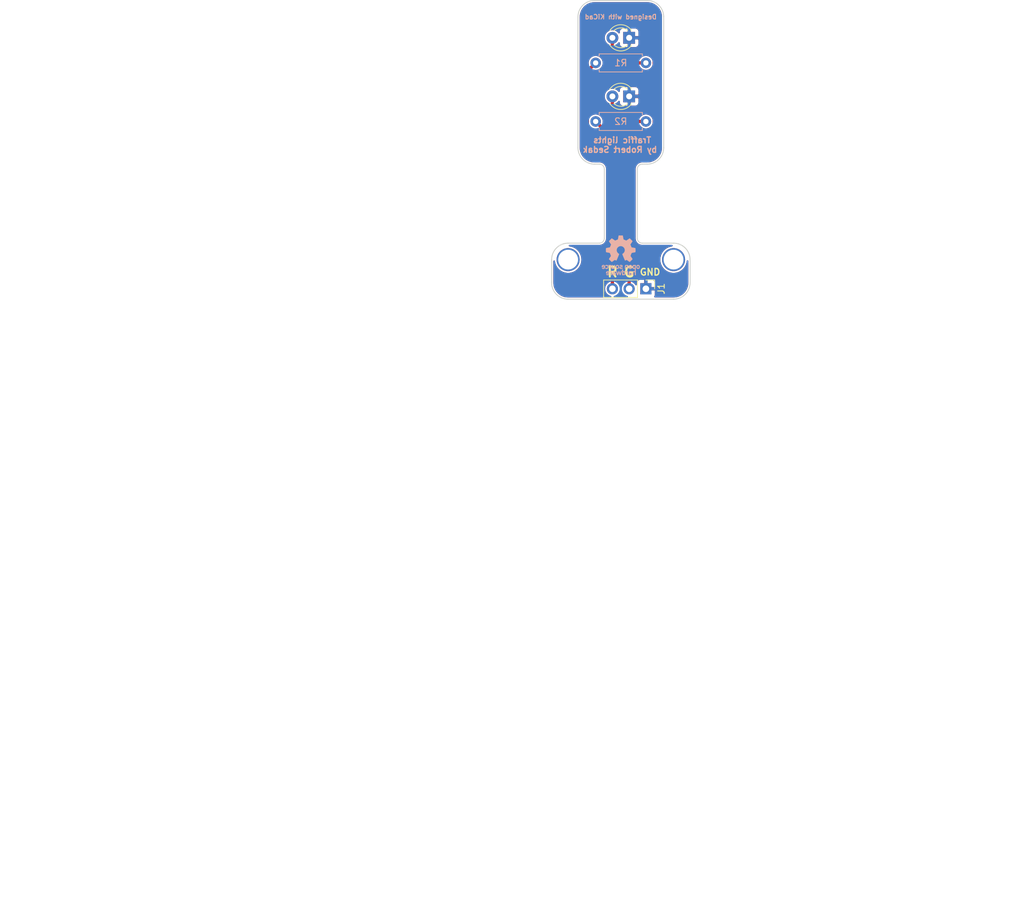
<source format=kicad_pcb>
(kicad_pcb (version 20211014) (generator pcbnew)
  (title_block (title "Traffic lights: pedestrian") (date "2022-04-23") (rev "1.0") (company "Designed by Robert Sedak") (comment 1 "License: CC-BY-SA 4.0"))
  (layers (0 "F.Cu" signal) (31 "B.Cu" signal) (34 "B.Paste" user) (35 "F.Paste" user) (36 "B.SilkS" user "B.Silkscreen") (37 "F.SilkS" user "F.Silkscreen") (38 "B.Mask" user) (39 "F.Mask" user) (44 "Edge.Cuts" user))
  (net 0 "")
  (net 1 "Net-(D1-Pad2)")
  (net 2 "Net-(D2-Pad2)")
  (net 3 "Net-(J1-Pad3)")
  (net 4 "Net-(J1-Pad2)")
  (net 5 "Net-(D1-Pad1)")
  (footprint "LED_THT:LED_D3.0mm" (layer "F.Cu") (at 111.76 60.325 180)
    (fp_text reference "D1")
    (fp_text value "LED")
    (fp_line (start -0.29 1.08) (end -0.29 1.236) (layer "F.SilkS") (width 0.12))
    (fp_line (start -0.29 -1.236) (end -0.29 -1.08) (layer "F.SilkS") (width 0.12))
    (fp_arc (start 2.942335 1.078608) (mid 1.366487 1.987659) (end -0.29 1.235516) (layer "F.SilkS") (width 0.12))
    (fp_arc (start 0.229039 -1.08) (mid 1.270117 -1.5) (end 2.31113 -1.079837) (layer "F.SilkS") (width 0.12))
    (fp_arc (start 2.31113 1.079837) (mid 1.270117 1.5) (end 0.229039 1.08) (layer "F.SilkS") (width 0.12))
    (fp_arc (start -0.29 -1.235516) (mid 1.366487 -1.987659) (end 2.942335 -1.078608) (layer "F.SilkS") (width 0.12))
    (pad "1" thru_hole rect (at 0 0 180) (size 1.8 1.8) (drill 0.9) (layers *.Cu *.Mask) (net 5 "Net-(D1-Pad1)"))
    (pad "2" thru_hole circle (at 2.54 0 180) (size 1.8 1.8) (drill 0.9) (layers *.Cu *.Mask) (net 1 "Net-(D1-Pad2)"))
  )
  (footprint "LED_THT:LED_D3.0mm" (layer "F.Cu") (at 111.76 69.215 180)
    (fp_text reference "D2")
    (fp_text value "LED")
    (fp_line (start -0.29 -1.236) (end -0.29 -1.08) (layer "F.SilkS") (width 0.12))
    (fp_line (start -0.29 1.08) (end -0.29 1.236) (layer "F.SilkS") (width 0.12))
    (fp_arc (start 2.942335 1.078608) (mid 1.366487 1.987659) (end -0.29 1.235516) (layer "F.SilkS") (width 0.12))
    (fp_arc (start 2.31113 1.079837) (mid 1.270117 1.5) (end 0.229039 1.08) (layer "F.SilkS") (width 0.12))
    (fp_arc (start 0.229039 -1.08) (mid 1.270117 -1.5) (end 2.31113 -1.079837) (layer "F.SilkS") (width 0.12))
    (fp_arc (start -0.29 -1.235516) (mid 1.366487 -1.987659) (end 2.942335 -1.078608) (layer "F.SilkS") (width 0.12))
    (pad "1" thru_hole rect (at 0 0 180) (size 1.8 1.8) (drill 0.9) (layers *.Cu *.Mask) (net 5 "Net-(D1-Pad1)"))
    (pad "2" thru_hole circle (at 2.54 0 180) (size 1.8 1.8) (drill 0.9) (layers *.Cu *.Mask) (net 2 "Net-(D2-Pad2)"))
  )
  (footprint "Connector_PinHeader_2.54mm:PinHeader_1x03_P2.54mm_Vertical" (layer "F.Cu") (at 114.3 98.425 -90)
    (fp_text reference "J1" (at 0 -2.33 -90) (layer "F.SilkS"))
    (fp_text value "Conn_01x03_Male")
    (fp_line (start -1.33 6.41) (end 1.33 6.41) (layer "F.SilkS") (width 0.12))
    (fp_line (start -1.33 0) (end -1.33 -1.33) (layer "F.SilkS") (width 0.12))
    (fp_line (start 1.33 1.27) (end 1.33 6.41) (layer "F.SilkS") (width 0.12))
    (fp_line (start -1.33 1.27) (end -1.33 6.41) (layer "F.SilkS") (width 0.12))
    (fp_line (start -1.33 1.27) (end 1.33 1.27) (layer "F.SilkS") (width 0.12))
    (fp_line (start -1.33 -1.33) (end 0 -1.33) (layer "F.SilkS") (width 0.12))
    (pad "1" thru_hole rect (at 0 0 270) (size 1.7 1.7) (drill 1) (layers *.Cu *.Mask) (net 5 "Net-(D1-Pad1)"))
    (pad "2" thru_hole oval (at 0 2.54 270) (size 1.7 1.7) (drill 1) (layers *.Cu *.Mask) (net 4 "Net-(J1-Pad2)"))
    (pad "3" thru_hole oval (at 0 5.08 270) (size 1.7 1.7) (drill 1) (layers *.Cu *.Mask) (net 3 "Net-(J1-Pad3)"))
  )
  (footprint "Resistor_THT:R_Axial_DIN0207_L6.3mm_D2.5mm_P7.62mm_Horizontal" (layer "B.Cu") (at 106.68 64.135)
    (fp_text reference "R1" (at 3.81 0) (layer "B.SilkS") (effects (justify mirror)))
    (fp_text value "220R")
    (fp_line (start 0.54 1.37) (end 7.08 1.37) (layer "B.SilkS") (width 0.12))
    (fp_line (start 0.54 -1.04) (end 0.54 -1.37) (layer "B.SilkS") (width 0.12))
    (fp_line (start 0.54 1.04) (end 0.54 1.37) (layer "B.SilkS") (width 0.12))
    (fp_line (start 0.54 -1.37) (end 7.08 -1.37) (layer "B.SilkS") (width 0.12))
    (fp_line (start 7.08 1.37) (end 7.08 1.04) (layer "B.SilkS") (width 0.12))
    (fp_line (start 7.08 -1.37) (end 7.08 -1.04) (layer "B.SilkS") (width 0.12))
    (pad "1" thru_hole circle (at 0 0) (size 1.6 1.6) (drill 0.8) (layers *.Cu *.Mask) (net 3 "Net-(J1-Pad3)"))
    (pad "2" thru_hole oval (at 7.62 0) (size 1.6 1.6) (drill 0.8) (layers *.Cu *.Mask) (net 1 "Net-(D1-Pad2)"))
  )
  (footprint "Resistor_THT:R_Axial_DIN0207_L6.3mm_D2.5mm_P7.62mm_Horizontal" (layer "B.Cu") (at 114.3 73.025 180)
    (fp_text reference "R2" (at 3.81 0 180) (layer "B.SilkS") (effects (justify mirror)))
    (fp_text value "220R")
    (fp_line (start 7.08 1.37) (end 7.08 1.04) (layer "B.SilkS") (width 0.12))
    (fp_line (start 0.54 -1.04) (end 0.54 -1.37) (layer "B.SilkS") (width 0.12))
    (fp_line (start 7.08 -1.37) (end 7.08 -1.04) (layer "B.SilkS") (width 0.12))
    (fp_line (start 0.54 -1.37) (end 7.08 -1.37) (layer "B.SilkS") (width 0.12))
    (fp_line (start 0.54 1.04) (end 0.54 1.37) (layer "B.SilkS") (width 0.12))
    (fp_line (start 0.54 1.37) (end 7.08 1.37) (layer "B.SilkS") (width 0.12))
    (pad "1" thru_hole circle (at 0 0 180) (size 1.6 1.6) (drill 0.8) (layers *.Cu *.Mask) (net 2 "Net-(D2-Pad2)"))
    (pad "2" thru_hole oval (at 7.62 0 180) (size 1.6 1.6) (drill 0.8) (layers *.Cu *.Mask) (net 4 "Net-(J1-Pad2)"))
  )
  (footprint "Symbol:OSHW-Logo_5.7x6mm_SilkScreen" (layer "B.Cu") (at 110.49 93.345 180)
    (fp_text reference "REF**" hide)
    (fp_text value "OSHW-Logo_5.7x6mm_SilkScreen" hide)
    (fp_poly (pts (xy 2.677898 -1.456457) (xy 2.710096 -1.464279) (xy 2.771825 -1.492921) (xy 2.82461 -1.536667) (xy 2.861141 -1.589117) (xy 2.86616 -1.600893) (xy 2.873045 -1.63174) (xy 2.877864 -1.677371) (xy 2.879505 -1.723492) (xy 2.879505 -1.810693) (xy 2.697178 -1.810693) (xy 2.621979 -1.810978) (xy 2.569003 -1.812704) (xy 2.535325 -1.817181) (xy 2.51802 -1.82572) (xy 2.514163 -1.83963) (xy 2.520829 -1.860222) (xy 2.53277 -1.884315) (xy 2.56608 -1.924525) (xy 2.612368 -1.944558) (xy 2.668944 -1.943905) (xy 2.733031 -1.922101) (xy 2.788417 -1.895193) (xy 2.834375 -1.931532) (xy 2.880333 -1.967872) (xy 2.837096 -2.007819) (xy 2.779374 -2.045563) (xy 2.708386 -2.06832) (xy 2.632029 -2.074688) (xy 2.558199 -2.063268) (xy 2.546287 -2.059393) (xy 2.481399 -2.025506) (xy 2.43313 -1.974986) (xy 2.400465 -1.906325) (xy 2.382385 -1.818014) (xy 2.382175 -1.816121) (xy 2.380556 -1.719878) (xy 2.3871 -1.685542) (xy 2.514852 -1.685542) (xy 2.526584 -1.690822) (xy 2.558438 -1.694867) (xy 2.605397 -1.697176) (xy 2.635154 -1.697525) (xy 2.690648 -1.697306) (xy 2.725346 -1.695916) (xy 2.743601 -1.692251) (xy 2.749766 -1.68521) (xy 2.748195 -1.67369) (xy 2.746878 -1.669233) (xy 2.724382 -1.627355) (xy 2.689003 -1.593604) (xy 2.65778 -1.578773) (xy 2.616301 -1.579668) (xy 2.574269 -1.598164) (xy 2.539012 -1.628786) (xy 2.517854 -1.666062) (xy 2.514852 -1.685542) (xy 2.3871 -1.685542) (xy 2.39669 -1.635229) (xy 2.428698 -1.564191) (xy 2.474701 -1.508779) (xy 2.532821 -1.471009) (xy 2.60118 -1.452896) (xy 2.677898 -1.456457)) (layer "B.SilkS") (width 0.01) (fill solid))
    (fp_poly (pts (xy -1.908759 -1.469184) (xy -1.882247 -1.482282) (xy -1.849553 -1.505106) (xy -1.825725 -1.529996) (xy -1.809406 -1.561249) (xy -1.79924 -1.603166) (xy -1.793872 -1.660044) (xy -1.791944 -1.736184) (xy -1.791831 -1.768917) (xy -1.792161 -1.840656) (xy -1.793527 -1.891927) (xy -1.7965 -1.927404) (xy -1.801649 -1.951763) (xy -1.809543 -1.96968) (xy -1.817757 -1.981902) (xy -1.870187 -2.033905) (xy -1.93193 -2.065184) (xy -1.998536 -2.074592) (xy -2.065558 -2.06098) (xy -2.086792 -2.051354) (xy -2.137624 -2.024859) (xy -2.137624 -2.440052) (xy -2.100525 -2.420868) (xy -2.051643 -2.406025) (xy -1.991561 -2.402222) (xy -1.931564 -2.409243) (xy -1.886256 -2.425013) (xy -1.848675 -2.455047) (xy -1.816564 -2.498024) (xy -1.81415 -2.502436) (xy -1.803967 -2.523221) (xy -1.79653 -2.54417) (xy -1.791411 -2.569548) (xy -1.788181 -2.603618) (xy -1.786413 -2.650641) (xy -1.785677 -2.714882) (xy -1.785544 -2.787176) (xy -1.785544 -3.017822) (xy -1.923861 -3.017822) (xy -1.923861 -2.592533) (xy -1.962549 -2.559979) (xy -2.002738 -2.53394) (xy -2.040797 -2.529205) (xy -2.079066 -2.541389) (xy -2.099462 -2.55332) (xy -2.114642 -2.570313) (xy -2.125438 -2.595995) (xy -2.132683 -2.633991) (xy -2.137208 -2.687926) (xy -2.139844 -2.761425) (xy -2.140772 -2.810347) (xy -2.143911 -3.011535) (xy -2.209926 -3.015336) (xy -2.27594 -3.019136) (xy -2.27594 -1.77065) (xy -2.137624 -1.77065) (xy -2.134097 -1.840254) (xy -2.122215 -1.888569) (xy -2.10002 -1.918631) (xy -2.065559 -1.933471) (xy -2.030742 -1.936436) (xy -1.991329 -1.933028) (xy -1.965171 -1.919617) (xy -1.948814 -1.901896) (xy -1.935937 -1.882835) (xy -1.928272 -1.861601) (xy -1.924861 -1.831849) (xy -1.924749 -1.787236) (xy -1.925897 -1.74988) (xy -1.928532 -1.693604) (xy -1.932456 -1.656658) (xy -1.939063 -1.633223) (xy -1.949749 -1.61748) (xy -1.959833 -1.60838) (xy -2.00197 -1.588537) (xy -2.05184 -1.585332) (xy -2.080476 -1.592168) (xy -2.108828 -1.616464) (xy -2.127609 -1.663728) (xy -2.136712 -1.733624) (xy -2.137624 -1.77065) (xy -2.27594 -1.77065) (xy -2.27594 -1.458614) (xy -2.206782 -1.458614) (xy -2.16526 -1.460256) (xy -2.143838 -1.466087) (xy -2.137626 -1.477461) (xy -2.137624 -1.477798) (xy -2.134742 -1.488938) (xy -2.12203 -1.487673) (xy -2.096757 -1.475433) (xy -2.037869 -1.456707) (xy -1.971615 -1.454739) (xy -1.908759 -1.469184)) (layer "B.SilkS") (width 0.01) (fill solid))
    (fp_poly (pts (xy 1.038411 -2.405417) (xy 1.091411 -2.41829) (xy 1.106731 -2.42511) (xy 1.136428 -2.442974) (xy 1.15922 -2.463093) (xy 1.176083 -2.488962) (xy 1.187998 -2.524073) (xy 1.195942 -2.57192) (xy 1.200894 -2.635996) (xy 1.203831 -2.719794) (xy 1.204947 -2.775768) (xy 1.209052 -3.017822) (xy 1.138932 -3.017822) (xy 1.096393 -3.016038) (xy 1.074476 -3.009942) (xy 1.068812 -2.999706) (xy 1.065821 -2.988637) (xy 1.052451 -2.990754) (xy 1.034233 -2.999629) (xy 0.988624 -3.013233) (xy 0.930007 -3.016899) (xy 0.868354 -3.010903) (xy 0.813638 -2.995521) (xy 0.80873 -2.993386) (xy 0.758723 -2.958255) (xy 0.725756 -2.909419) (xy 0.710587 -2.852333) (xy 0.711746 -2.831824) (xy 0.835508 -2.831824) (xy 0.846413 -2.859425) (xy 0.878745 -2.879204) (xy 0.93091 -2.889819) (xy 0.958787 -2.891228) (xy 1.005247 -2.88762) (xy 1.036129 -2.873597) (xy 1.043664 -2.866931) (xy 1.064076 -2.830666) (xy 1.068812 -2.797773) (xy 1.068812 -2.753763) (xy 1.007513 -2.753763) (xy 0.936256 -2.757395) (xy 0.886276 -2.768818) (xy 0.854696 -2.788824) (xy 0.847626 -2.797743) (xy 0.835508 -2.831824) (xy 0.711746 -2.831824) (xy 0.713971 -2.792456) (xy 0.736663 -2.735244) (xy 0.767624 -2.69658) (xy 0.786376 -2.679864) (xy 0.804733 -2.668878) (xy 0.828619 -2.66218) (xy 0.863957 -2.658326) (xy 0.916669 -2.655873) (xy 0.937577 -2.655168) (xy 1.068812 -2.650879) (xy 1.06862 -2.611158) (xy 1.063537 -2.569405) (xy 1.045162 -2.544158) (xy 1.008039 -2.52803) (xy 1.007043 -2.527742) (xy 0.95441 -2.5214) (xy 0.902906 -2.529684) (xy 0.86463 -2.549827) (xy 0.849272 -2.559773) (xy 0.83273 -2.558397) (xy 0.807275 -2.543987) (xy 0.792328 -2.533817) (xy 0.763091 -2.512088) (xy 0.74498 -2.4958) (xy 0.742074 -2.491137) (xy 0.75404 -2.467005) (xy 0.789396 -2.438185) (xy 0.804753 -2.428461) (xy 0.848901 -2.411714) (xy 0.908398 -2.402227) (xy 0.974487 -2.400095) (xy 1.038411 -2.405417)) (layer "B.SilkS") (width 0.01) (fill solid))
    (fp_poly (pts (xy -2.538261 -1.465148) (xy -2.472479 -1.494231) (xy -2.42254 -1.542793) (xy -2.388374 -1.610908) (xy -2.369907 -1.698651) (xy -2.368583 -1.712351) (xy -2.367546 -1.808939) (xy -2.380993 -1.893602) (xy -2.408108 -1.962221) (xy -2.422627 -1.984294) (xy -2.473201 -2.031011) (xy -2.537609 -2.061268) (xy -2.609666 -2.073824) (xy -2.683185 -2.067439) (xy -2.739072 -2.047772) (xy -2.787132 -2.014629) (xy -2.826412 -1.971175) (xy -2.827092 -1.970158) (xy -2.843044 -1.943338) (xy -2.85341 -1.916368) (xy -2.859688 -1.882332) (xy -2.863373 -1.83431) (xy -2.864997 -1.794931) (xy -2.865672 -1.759219) (xy -2.739955 -1.759219) (xy -2.738726 -1.79477) (xy -2.734266 -1.842094) (xy -2.726397 -1.872465) (xy -2.712207 -1.894072) (xy -2.698917 -1.906694) (xy -2.651802 -1.933122) (xy -2.602505 -1.936653) (xy -2.556593 -1.917639) (xy -2.533638 -1.896331) (xy -2.517096 -1.874859) (xy -2.507421 -1.854313) (xy -2.503174 -1.827574) (xy -2.50292 -1.787523) (xy -2.504228 -1.750638) (xy -2.507043 -1.697947) (xy -2.511505 -1.663772) (xy -2.519548 -1.64148) (xy -2.533103 -1.624442) (xy -2.543845 -1.614703) (xy -2.588777 -1.589123) (xy -2.637249 -1.587847) (xy -2.677894 -1.602999) (xy -2.712567 -1.634642) (xy -2.733224 -1.68662) (xy -2.739955 -1.759219) (xy -2.865672 -1.759219) (xy -2.866479 -1.716621) (xy -2.863948 -1.658056) (xy -2.856362 -1.614007) (xy -2.842681 -1.579248) (xy -2.821865 -1.548551) (xy -2.814147 -1.539436) (xy -2.765889 -1.494021) (xy -2.714128 -1.467493) (xy -2.650828 -1.456379) (xy -2.619961 -1.455471) (xy -2.538261 -1.465148)) (layer "B.SilkS") (width 0.01) (fill solid))
    (fp_poly (pts (xy -0.754012 -1.469002) (xy -0.722717 -1.48395) (xy -0.692409 -1.505541) (xy -0.669318 -1.530391) (xy -0.6525 -1.562087) (xy -0.641006 -1.604214) (xy -0.633891 -1.660358) (xy -0.630207 -1.734106) (xy -0.629008 -1.829044) (xy -0.628989 -1.838985) (xy -0.628713 -2.062179) (xy -0.76703 -2.062179) (xy -0.76703 -1.856418) (xy -0.767128 -1.780189) (xy -0.767809 -1.724939) (xy -0.769651 -1.686501) (xy -0.773233 -1.660706) (xy -0.779132 -1.643384) (xy -0.787927 -1.630368) (xy -0.80018 -1.617507) (xy -0.843047 -1.589873) (xy -0.889843 -1.584745) (xy -0.934424 -1.602217) (xy -0.949928 -1.615221) (xy -0.96131 -1.627447) (xy -0.969481 -1.64054) (xy -0.974974 -1.658615) (xy -0.97832 -1.685787) (xy -0.980051 -1.72617) (xy -0.980697 -1.783879) (xy -0.980792 -1.854132) (xy -0.980792 -2.062179) (xy -1.119109 -2.062179) (xy -1.119109 -1.458614) (xy -1.04995 -1.458614) (xy -1.008428 -1.460256) (xy -0.987006 -1.466087) (xy -0.980795 -1.477461) (xy -0.980792 -1.477798) (xy -0.97791 -1.488938) (xy -0.965199 -1.487674) (xy -0.939926 -1.475434) (xy -0.882605 -1.457424) (xy -0.817037 -1.455421) (xy -0.754012 -1.469002)) (layer "B.SilkS") (width 0.01) (fill solid))
    (fp_poly (pts (xy -0.993356 -2.40302) (xy -0.974539 -2.40866) (xy -0.968473 -2.421053) (xy -0.968218 -2.426647) (xy -0.967129 -2.44223) (xy -0.959632 -2.444676) (xy -0.939381 -2.433993) (xy -0.927351 -2.426694) (xy -0.8894 -2.411063) (xy -0.844072 -2.403334) (xy -0.796544 -2.40274) (xy -0.751995 -2.408513) (xy -0.715602 -2.419884) (xy -0.692543 -2.436088) (xy -0.687996 -2.456355) (xy -0.690291 -2.461843) (xy -0.70702 -2.484626) (xy -0.732963 -2.512647) (xy -0.737655 -2.517177) (xy -0.762383 -2.538005) (xy -0.783718 -2.544735) (xy -0.813555 -2.540038) (xy -0.825508 -2.536917) (xy -0.862705 -2.529421) (xy -0.888859 -2.532792) (xy -0.910946 -2.544681) (xy -0.931178 -2.560635) (xy -0.946079 -2.5807) (xy -0.956434 -2.608702) (xy -0.963029 -2.648467) (xy -0.966649 -2.703823) (xy -0.968078 -2.778594) (xy -0.968218 -2.82374) (xy -0.968218 -3.017822) (xy -1.09396 -3.017822) (xy -1.09396 -2.401683) (xy -1.031089 -2.401683) (xy -0.993356 -2.40302)) (layer "B.SilkS") (width 0.01) (fill solid))
    (fp_poly (pts (xy -1.38421 -2.406555) (xy -1.325055 -2.422339) (xy -1.280023 -2.450948) (xy -1.248246 -2.488419) (xy -1.238366 -2.504411) (xy -1.231073 -2.521163) (xy -1.225974 -2.542592) (xy -1.222679 -2.572616) (xy -1.220797 -2.615154) (xy -1.219937 -2.674122) (xy -1.219707 -2.75344) (xy -1.219703 -2.774484) (xy -1.219703 -3.017822) (xy -1.280059 -3.017822) (xy -1.318557 -3.015126) (xy -1.347023 -3.008295) (xy -1.354155 -3.004083) (xy -1.373652 -2.996813) (xy -1.393566 -3.004083) (xy -1.426353 -3.01316) (xy -1.473978 -3.016813) (xy -1.526764 -3.015228) (xy -1.575036 -3.008589) (xy -1.603218 -3.000072) (xy -1.657753 -2.965063) (xy -1.691835 -2.916479) (xy -1.707157 -2.851882) (xy -1.707299 -2.850223) (xy -1.705955 -2.821566) (xy -1.584356 -2.821566) (xy -1.573726 -2.854161) (xy -1.55641 -2.872505) (xy -1.521652 -2.886379) (xy -1.475773 -2.891917) (xy -1.428988 -2.889191) (xy -1.391514 -2.878274) (xy -1.381015 -2.871269) (xy -1.362668 -2.838904) (xy -1.35802 -2.802111) (xy -1.35802 -2.753763) (xy -1.427582 -2.753763) (xy -1.493667 -2.75885) (xy -1.543764 -2.773263) (xy -1.574929 -2.795729) (xy -1.584356 -2.821566) (xy -1.705955 -2.821566) (xy -1.703987 -2.779647) (xy -1.68071 -2.723845) (xy -1.636948 -2.681647) (xy -1.630899 -2.677808) (xy -1.604907 -2.665309) (xy -1.572735 -2.65774) (xy -1.52776 -2.654061) (xy -1.474331 -2.653216) (xy -1.35802 -2.653169) (xy -1.35802 -2.604411) (xy -1.362953 -2.566581) (xy -1.375543 -2.541236) (xy -1.377017 -2.539887) (xy -1.405034 -2.5288) (xy -1.447326 -2.524503) (xy -1.494064 -2.526615) (xy -1.535418 -2.534756) (xy -1.559957 -2.546965) (xy -1.573253 -2.556746) (xy -1.587294 -2.558613) (xy -1.606671 -2.5506) (xy -1.635976 -2.530739) (xy -1.679803 -2.497063) (xy -1.683825 -2.493909) (xy -1.681764 -2.482236) (xy -1.664568 -2.462822) (xy -1.638433 -2.441248) (xy -1.609552 -2.423096) (xy -1.600478 -2.418809) (xy -1.56738 -2.410256) (xy -1.51888 -2.404155) (xy -1.464695 -2.401708) (xy -1.462161 -2.401703) (xy -1.38421 -2.406555)) (layer "B.SilkS") (width 0.01) (fill solid))
    (fp_poly (pts (xy -1.356699 -1.472614) (xy -1.344168 -1.478514) (xy -1.300799 -1.510283) (xy -1.25979 -1.556646) (xy -1.229168 -1.607696) (xy -1.220459 -1.631166) (xy -1.212512 -1.673091) (xy -1.207774 -1.723757) (xy -1.207199 -1.744679) (xy -1.207129 -1.810693) (xy -1.587083 -1.810693) (xy -1.578983 -1.845273) (xy -1.559104 -1.88617) (xy -1.524347 -1.921514) (xy -1.482998 -1.944282) (xy -1.456649 -1.94901) (xy -1.420916 -1.943273) (xy -1.378282 -1.928882) (xy -1.363799 -1.922262) (xy -1.31024 -1.895513) (xy -1.264533 -1.930376) (xy -1.238158 -1.953955) (xy -1.224124 -1.973417) (xy -1.223414 -1.979129) (xy -1.235951 -1.992973) (xy -1.263428 -2.014012) (xy -1.288366 -2.030425) (xy -1.355664 -2.05993) (xy -1.43111 -2.073284) (xy -1.505888 -2.069812) (xy -1.565495 -2.051663) (xy -1.626941 -2.012784) (xy -1.670608 -1.961595) (xy -1.697926 -1.895367) (xy -1.710322 -1.811371) (xy -1.711421 -1.772936) (xy -1.707022 -1.684861) (xy -1.706482 -1.682299) (xy -1.580582 -1.682299) (xy -1.577115 -1.690558) (xy -1.562863 -1.695113) (xy -1.53347 -1.697065) (xy -1.484575 -1.697517) (xy -1.465748 -1.697525) (xy -1.408467 -1.696843) (xy -1.372141 -1.694364) (xy -1.352604 -1.689443) (xy -1.34569 -1.681434) (xy -1.345445 -1.678862) (xy -1.353336 -1.658423) (xy -1.373085 -1.629789) (xy -1.381575 -1.619763) (xy -1.413094 -1.591408) (xy -1.445949 -1.580259) (xy -1.463651 -1.579327) (xy -1.511539 -1.590981) (xy -1.551699 -1.622285) (xy -1.577173 -1.667752) (xy -1.577625 -1.669233) (xy -1.580582 -1.682299) (xy -1.706482 -1.682299) (xy -1.692392 -1.61551) (xy -1.666038 -1.560025) (xy -1.633807 -1.520639) (xy -1.574217 -1.477931) (xy -1.504168 -1.455109) (xy -1.429661 -1.453046) (xy -1.356699 -1.472614)) (layer "B.SilkS") (width 0.01) (fill solid))
    (fp_poly (pts (xy 2.217226 -1.46388) (xy 2.29008 -1.49483) (xy 2.313027 -1.509895) (xy 2.342354 -1.533048) (xy 2.360764 -1.551253) (xy 2.363961 -1.557183) (xy 2.354935 -1.57034) (xy 2.331837 -1.592667) (xy 2.313344 -1.60825) (xy 2.262728 -1.648926) (xy 2.22276 -1.615295) (xy 2.191874 -1.593584) (xy 2.161759 -1.58609) (xy 2.127292 -1.58792) (xy 2.072561 -1.601528) (xy 2.034886 -1.629772) (xy 2.011991 -1.675433) (xy 2.001597 -1.741289) (xy 2.001595 -1.741331) (xy 2.002494 -1.814939) (xy 2.016463 -1.868946) (xy 2.044328 -1.905716) (xy 2.063325 -1.918168) (xy 2.113776 -1.933673) (xy 2.167663 -1.933683) (xy 2.214546 -1.918638) (xy 2.225644 -1.911287) (xy 2.253476 -1.892511) (xy 2.275236 -1.889434) (xy 2.298704 -1.903409) (xy 2.324649 -1.92851) (xy 2.365716 -1.97088) (xy 2.320121 -2.008464) (xy 2.249674 -2.050882) (xy 2.170233 -2.071785) (xy 2.087215 -2.070272) (xy 2.032694 -2.056411) (xy 1.96897 -2.022135) (xy 1.918005 -1.968212) (xy 1.894851 -1.930149) (xy 1.876099 -1.875536) (xy 1.866715 -1.806369) (xy 1.866643 -1.731407) (xy 1.875824 -1.659409) (xy 1.894199 -1.599137) (xy 1.897093 -1.592958) (xy 1.939952 -1.532351) (xy 1.997979 -1.488224) (xy 2.066591 -1.461493) (xy 2.141201 -1.453073) (xy 2.217226 -1.46388)) (layer "B.SilkS") (width 0.01) (fill solid))
    (fp_poly (pts (xy 0.376964 2.709982) (xy 0.433812 2.40843) (xy 0.853338 2.235488) (xy 1.104984 2.406605) (xy 1.175458 2.45425) (xy 1.239163 2.49679) (xy 1.293126 2.532285) (xy 1.334373 2.55879) (xy 1.359934 2.574364) (xy 1.366895 2.577722) (xy 1.379435 2.569086) (xy 1.406231 2.545208) (xy 1.44428 2.509141) (xy 1.490579 2.463933) (xy 1.542123 2.412636) (xy 1.595909 2.358299) (xy 1.648935 2.303972) (xy 1.698195 2.252705) (xy 1.740687 2.207549) (xy 1.773407 2.171554) (xy 1.793351 2.14777) (xy 1.798119 2.13981) (xy 1.791257 2.125135) (xy 1.77202 2.092986) (xy 1.74243 2.046508) (xy 1.70451 1.988844) (xy 1.660282 1.92314) (xy 1.634654 1.885664) (xy 1.587941 1.817232) (xy 1.546432 1.75548) (xy 1.51214 1.703481) (xy 1.48708 1.664308) (xy 1.473264 1.641035) (xy 1.471188 1.636145) (xy 1.475895 1.622245) (xy 1.488723 1.58985) (xy 1.507738 1.543515) (xy 1.531003 1.487794) (xy 1.556584 1.427242) (xy 1.582545 1.366414) (xy 1.60695 1.309864) (xy 1.627863 1.262148) (xy 1.643349 1.227819) (xy 1.651472 1.211432) (xy 1.651952 1.210788) (xy 1.664707 1.207659) (xy 1.698677 1.200679) (xy 1.75034 1.190533) (xy 1.816176 1.177908) (xy 1.892664 1.163491) (xy 1.93729 1.155177) (xy 2.019021 1.139616) (xy 2.092843 1.124808) (xy 2.155021 1.111564) (xy 2.201822 1.100695) (xy 2.229509 1.093011) (xy 2.235074 1.090573) (xy 2.240526 1.07407) (xy 2.244924 1.0368) (xy 2.248272 0.98312) (xy 2.250574 0.917388) (xy 2.251832 0.843963) (xy 2.252048 0.767204) (xy 2.251227 0.691468) (xy 2.249371 0.621114) (xy 2.246482 0.5605) (xy 2.242565 0.513984) (xy 2.237622 0.485925) (xy 2.234657 0.480084) (xy 2.216934 0.473083) (xy 2.179381 0.463073) (xy 2.126964 0.451231) (xy 2.064652 0.438733) (xy 2.0429 0.43469) (xy 1.938024 0.41548) (xy 1.85518 0.400009) (xy 1.79163 0.387663) (xy 1.744637 0.377827) (xy 1.711463 0.369886) (xy 1.689371 0.363224) (xy 1.675624 0.357227) (xy 1.667484 0.351281) (xy 1.666345 0.350106) (xy 1.654977 0.331174) (xy 1.637635 0.294331) (xy 1.61605 0.244087) (xy 1.591954 0.184954) (xy 1.567079 0.121444) (xy 1.543157 0.058068) (xy 1.521919 -0.000662) (xy 1.505097 -0.050235) (xy 1.494422 -0.086139) (xy 1.491627 -0.103862) (xy 1.49186 -0.104483) (xy 1.501331 -0.11897) (xy 1.522818 -0.150844) (xy 1.554063 -0.196789) (xy 1.592807 -0.253485) (xy 1.636793 -0.317617) (xy 1.649319 -0.335842) (xy 1.693984 -0.401914) (xy 1.733288 -0.4622) (xy 1.765088 -0.513235) (xy 1.787245 -0.55156) (xy 1.797617 -0.573711) (xy 1.798119 -0.576432) (xy 1.789405 -0.590736) (xy 1.765325 -0.619072) (xy 1.728976 -0.658396) (xy 1.683453 -0.705661) (xy 1.631852 -0.757823) (xy 1.577267 -0.811835) (xy 1.522794 -0.864653) (xy 1.471529 -0.913231) (xy 1.426567 -0.954523) (xy 1.391004 -0.985485) (xy 1.367935 -1.00307) (xy 1.361554 -1.005941) (xy 1.346699 -0.999178) (xy 1.316286 -0.980939) (xy 1.275268 -0.954297) (xy 1.243709 -0.932852) (xy 1.186525 -0.893503) (xy 1.118806 -0.847171) (xy 1.05088 -0.800913) (xy 1.014361 -0.776155) (xy 0.890752 -0.692547) (xy 0.786991 -0.74865) (xy 0.73972 -0.773228) (xy 0.699523 -0.792331) (xy 0.672326 -0.803227) (xy 0.665402 -0.804743) (xy 0.657077 -0.793549) (xy 0.640654 -0.761917) (xy 0.617357 -0.712765) (xy 0.588414 -0.64901) (xy 0.55505 -0.573571) (xy 0.518491 -0.489364) (xy 0.479964 -0.399308) (xy 0.440694 -0.306321) (xy 0.401908 -0.21332) (xy 0.36483 -0.123223) (xy 0.330689 -0.038948) (xy 0.300708 0.036587) (xy 0.276116 0.100466) (xy 0.258136 0.149769) (xy 0.247997 0.181579) (xy 0.246366 0.192504) (xy 0.259291 0.206439) (xy 0.287589 0.22906) (xy 0.325346 0.255667) (xy 0.328515 0.257772) (xy 0.4261 0.335886) (xy 0.504786 0.427018) (xy 0.563891 0.528255) (xy 0.602732 0.636682) (xy 0.620628 0.749386) (xy 0.616897 0.863452) (xy 0.590857 0.975966) (xy 0.541825 1.084015) (xy 0.5274 1.107655) (xy 0.452369 1.203113) (xy 0.36373 1.279768) (xy 0.264549 1.33722) (xy 0.157895 1.375071) (xy 0.046836 1.392922) (xy -0.065561 1.390375) (xy -0.176227 1.36703) (xy -0.282094 1.32249) (xy -0.380095 1.256355) (xy -0.41041 1.229513) (xy -0.487562 1.145488) (xy -0.543782 1.057034) (xy -0.582347 0.957885) (xy -0.603826 0.859697) (xy -0.609128 0.749303) (xy -0.591448 0.63836) (xy -0.552581 0.530619) (xy -0.494323 0.429831) (xy -0.418469 0.339744) (xy -0.326817 0.264108) (xy -0.314772 0.256136) (xy -0.276611 0.230026) (xy -0.247601 0.207405) (xy -0.233732 0.192961) (xy -0.233531 0.192504) (xy -0.236508 0.176879) (xy -0.248311 0.141418) (xy -0.267714 0.089038) (xy -0.293488 0.022655) (xy -0.324409 -0.054814) (xy -0.359249 -0.14045) (xy -0.396783 -0.231337) (xy -0.435783 -0.324559) (xy -0.475023 -0.417197) (xy -0.513276 -0.506335) (xy -0.549317 -0.589055) (xy -0.581917 -0.662441) (xy -0.609852 -0.723575) (xy -0.631895 -0.769541) (xy -0.646818 -0.797421) (xy -0.652828 -0.804743) (xy -0.671191 -0.799041) (xy -0.705552 -0.783749) (xy -0.749984 -0.761599) (xy -0.774417 -0.74865) (xy -0.878178 -0.692547) (xy -1.001787 -0.776155) (xy -1.064886 -0.818987) (xy -1.13397 -0.866122) (xy -1.198707 -0.910503) (xy -1.231134 -0.932852) (xy -1.276741 -0.963477) (xy -1.31536 -0.987747) (xy -1.341952 -1.002587) (xy -1.35059 -1.005724) (xy -1.363161 -0.997261) (xy -1.390984 -0.973636) (xy -1.431361 -0.937302) (xy -1.481595 -0.890711) (xy -1.538988 -0.836317) (xy -1.575286 -0.801392) (xy -1.63879 -0.738996) (xy -1.693673 -0.683188) (xy -1.737714 -0.636354) (xy -1.768695 -0.600882) (xy -1.784398 -0.579161) (xy -1.785905 -0.574752) (xy -1.778914 -0.557985) (xy -1.759594 -0.524082) (xy -1.730091 -0.476476) (xy -1.692545 -0.418599) (xy -1.6491 -0.353884) (xy -1.636745 -0.335842) (xy -1.591727 -0.270267) (xy -1.55134 -0.211228) (xy -1.51784 -0.162042) (xy -1.493486 -0.126028) (xy -1.480536 -0.106502) (xy -1.479285 -0.104483) (xy -1.481156 -0.088922) (xy -1.491087 -0.054709) (xy -1.507347 -0.006355) (xy -1.528205 0.051629) (xy -1.551927 0.11473) (xy -1.576784 0.178437) (xy -1.601042 0.238239) (xy -1.622971 0.289624) (xy -1.640838 0.328081) (xy -1.652913 0.349098) (xy -1.653771 0.350106) (xy -1.661154 0.356112) (xy -1.673625 0.362052) (xy -1.69392 0.36854) (xy -1.724778 0.376191) (xy -1.768934 0.38562) (xy -1.829126 0.397441) (xy -1.908093 0.412271) (xy -2.00857 0.430723) (xy -2.030325 0.43469) (xy -2.094802 0.447147) (xy -2.151011 0.459334) (xy -2.193987 0.470074) (xy -2.21876 0.478191) (xy -2.222082 0.480084) (xy -2.227556 0.496862) (xy -2.232006 0.534355) (xy -2.235428 0.588206) (xy -2.237819 0.654056) (xy -2.239177 0.727547) (xy -2.239499 0.80432) (xy -2.238781 0.880017) (xy -2.237021 0.95028) (xy -2.234216 1.01075) (xy -2.230362 1.05707) (xy -2.225457 1.084881) (xy -2.2225 1.090573) (xy -2.206037 1.096314) (xy -2.168551 1.105655) (xy -2.113775 1.117785) (xy -2.045445 1.131893) (xy -1.967294 1.14717) (xy -1.924716 1.155177) (xy -1.843929 1.170279) (xy -1.771887 1.18396) (xy -1.712111 1.195533) (xy -1.668121 1.204313) (xy -1.643439 1.209613) (xy -1.639377 1.210788) (xy -1.632511 1.224035) (xy -1.617998 1.255943) (xy -1.597771 1.301953) (xy -1.573766 1.357508) (xy -1.547918 1.418047) (xy -1.52216 1.479014) (xy -1.498427 1.535849) (xy -1.478654 1.583994) (xy -1.464776 1.61889) (xy -1.458726 1.635979) (xy -1.458614 1.636726) (xy -1.465472 1.650207) (xy -1.484698 1.68123) (xy -1.514272 1.726711) (xy -1.552173 1.783568) (xy -1.59638 1.848717) (xy -1.622079 1.886138) (xy -1.668907 1.954753) (xy -1.710499 2.017048) (xy -1.744825 2.069871) (xy -1.769857 2.110073) (xy -1.783565 2.1345) (xy -1.785544 2.139976) (xy -1.777034 2.152722) (xy -1.753507 2.179937) (xy -1.717968 2.218572) (xy -1.673423 2.265577) (xy -1.622877 2.317905) (xy -1.569336 2.372505) (xy -1.515805 2.42633) (xy -1.465289 2.47633) (xy -1.420794 2.519457) (xy -1.385325 2.552661) (xy -1.361887 2.572894) (xy -1.354046 2.577722) (xy -1.34128 2.570933) (xy -1.310744 2.551858) (xy -1.26541 2.522439) (xy -1.208244 2.484619) (xy -1.142216 2.440339) (xy -1.09241 2.406605) (xy -0.840764 2.235488) (xy -0.631001 2.321959) (xy -0.421237 2.40843) (xy -0.364389 2.709982) (xy -0.30754 3.011534) (xy 0.320115 3.011534) (xy 0.376964 2.709982)) (layer "B.SilkS") (width 0.01) (fill solid))
    (fp_poly (pts (xy 0.610762 -1.466055) (xy 0.674363 -1.500692) (xy 0.724123 -1.555372) (xy 0.747568 -1.599842) (xy 0.757634 -1.639121) (xy 0.764156 -1.695116) (xy 0.766951 -1.759621) (xy 0.765836 -1.824429) (xy 0.760626 -1.881334) (xy 0.754541 -1.911727) (xy 0.734014 -1.953306) (xy 0.698463 -1.997468) (xy 0.655619 -2.036087) (xy 0.613211 -2.061034) (xy 0.612177 -2.06143) (xy 0.559553 -2.072331) (xy 0.497188 -2.072601) (xy 0.437924 -2.062676) (xy 0.41504 -2.054722) (xy 0.356102 -2.0213) (xy 0.31389 -1.977511) (xy 0.286156 -1.919538) (xy 0.270651 -1.843565) (xy 0.267143 -1.803771) (xy 0.26759 -1.753766) (xy 0.402376 -1.753766) (xy 0.406917 -1.826732) (xy 0.419986 -1.882334) (xy 0.440756 -1.917861) (xy 0.455552 -1.92802) (xy 0.493464 -1.935104) (xy 0.538527 -1.933007) (xy 0.577487 -1.922812) (xy 0.587704 -1.917204) (xy 0.614659 -1.884538) (xy 0.632451 -1.834545) (xy 0.640024 -1.773705) (xy 0.636325 -1.708497) (xy 0.628057 -1.669253) (xy 0.60432 -1.623805) (xy 0.566849 -1.595396) (xy 0.52172 -1.585573) (xy 0.475011 -1.595887) (xy 0.439132 -1.621112) (xy 0.420277 -1.641925) (xy 0.409272 -1.662439) (xy 0.404026 -1.690203) (xy 0.402449 -1.732762) (xy 0.402376 -1.753766) (xy 0.26759 -1.753766) (xy 0.268094 -1.69758) (xy 0.285388 -1.610501) (xy 0.319029 -1.54253) (xy 0.369018 -1.493664) (xy 0.435356 -1.463899) (xy 0.449601 -1.460448) (xy 0.53521 -1.452345) (xy 0.610762 -1.466055)) (layer "B.SilkS") (width 0.01) (fill solid))
    (fp_poly (pts (xy 1.635255 -2.401486) (xy 1.683595 -2.411015) (xy 1.711114 -2.425125) (xy 1.740064 -2.448568) (xy 1.698876 -2.500571) (xy 1.673482 -2.532064) (xy 1.656238 -2.547428) (xy 1.639102 -2.549776) (xy 1.614027 -2.542217) (xy 1.602257 -2.537941) (xy 1.55427 -2.531631) (xy 1.510324 -2.545156) (xy 1.47806 -2.57571) (xy 1.472819 -2.585452) (xy 1.467112 -2.611258) (xy 1.462706 -2.658817) (xy 1.459811 -2.724758) (xy 1.458631 -2.80571) (xy 1.458614 -2.817226) (xy 1.458614 -3.017822) (xy 1.320297 -3.017822) (xy 1.320297 -2.401683) (xy 1.389456 -2.401683) (xy 1.429333 -2.402725) (xy 1.450107 -2.407358) (xy 1.457789 -2.417849) (xy 1.458614 -2.427745) (xy 1.458614 -2.453806) (xy 1.491745 -2.427745) (xy 1.529735 -2.409965) (xy 1.58077 -2.401174) (xy 1.635255 -2.401486)) (layer "B.SilkS") (width 0.01) (fill solid))
    (fp_poly (pts (xy 0.993367 -1.654342) (xy 0.994555 -1.746563) (xy 0.998897 -1.81661) (xy 1.007558 -1.867381) (xy 1.021704 -1.901772) (xy 1.0425 -1.922679) (xy 1.07111 -1.933) (xy 1.106535 -1.935636) (xy 1.143636 -1.932682) (xy 1.171818 -1.921889) (xy 1.192243 -1.90036) (xy 1.206079 -1.865199) (xy 1.214491 -1.81351) (xy 1.218643 -1.742394) (xy 1.219703 -1.654342) (xy 1.219703 -1.458614) (xy 1.35802 -1.458614) (xy 1.35802 -2.062179) (xy 1.288862 -2.062179) (xy 1.24717 -2.060489) (xy 1.225701 -2.054556) (xy 1.219703 -2.043293) (xy 1.216091 -2.033261) (xy 1.201714 -2.035383) (xy 1.172736 -2.04958) (xy 1.106319 -2.07148) (xy 1.035875 -2.069928) (xy 0.968377 -2.046147) (xy 0.936233 -2.027362) (xy 0.911715 -2.007022) (xy 0.893804 -1.981573) (xy 0.881479 -1.947458) (xy 0.873723 -1.901121) (xy 0.869516 -1.839007) (xy 0.86784 -1.757561) (xy 0.867624 -1.694578) (xy 0.867624 -1.458614) (xy 0.993367 -1.458614) (xy 0.993367 -1.654342)) (layer "B.SilkS") (width 0.01) (fill solid))
    (fp_poly (pts (xy 0.014017 -1.456452) (xy 0.061634 -1.465482) (xy 0.111034 -1.48437) (xy 0.116312 -1.486777) (xy 0.153774 -1.506476) (xy 0.179717 -1.524781) (xy 0.188103 -1.536508) (xy 0.180117 -1.555632) (xy 0.16072 -1.58385) (xy 0.15211 -1.594384) (xy 0.116628 -1.635847) (xy 0.070885 -1.608858) (xy 0.02735 -1.590878) (xy -0.02295 -1.581267) (xy -0.071188 -1.58066) (xy -0.108533 -1.589691) (xy -0.117495 -1.595327) (xy -0.134563 -1.621171) (xy -0.136637 -1.650941) (xy -0.123866 -1.674197) (xy -0.116312 -1.678708) (xy -0.093675 -1.684309) (xy -0.053885 -1.690892) (xy -0.004834 -1.697183) (xy 0.004215 -1.69817) (xy 0.082996 -1.711798) (xy 0.140136 -1.734946) (xy 0.17803 -1.769752) (xy 0.199079 -1.818354) (xy 0.205635 -1.877718) (xy 0.196577 -1.945198) (xy 0.167164 -1.998188) (xy 0.117278 -2.036783) (xy 0.0468 -2.061081) (xy -0.031435 -2.070667) (xy -0.095234 -2.070552) (xy -0.146984 -2.061845) (xy -0.182327 -2.049825) (xy -0.226983 -2.02888) (xy -0.268253 -2.004574) (xy -0.282921 -1.993876) (xy -0.320643 -1.963084) (xy -0.275148 -1.917049) (xy -0.229653 -1.871013) (xy -0.177928 -1.905243) (xy -0.126048 -1.930952) (xy -0.070649 -1.944399) (xy -0.017395 -1.945818) (xy 0.028049 -1.935443) (xy 0.060016 -1.913507) (xy 0.070338 -1.894998) (xy 0.068789 -1.865314) (xy 0.04314 -1.842615) (xy -0.00654 -1.82694) (xy -0.060969 -1.819695) (xy -0.144736 -1.805873) (xy -0.206967 -1.779796) (xy -0.248493 -1.740699) (xy -0.270147 -1.68782) (xy -0.273147 -1.625126) (xy -0.258329 -1.559642) (xy -0.224546 -1.510144) (xy -0.171495 -1.476408) (xy -0.098874 -1.458207) (xy -0.045072 -1.454639) (xy 0.014017 -1.456452)) (layer "B.SilkS") (width 0.01) (fill solid))
    (fp_poly (pts (xy 0.281524 -2.404237) (xy 0.331255 -2.407971) (xy 0.461291 -2.797773) (xy 0.481678 -2.728614) (xy 0.493946 -2.685874) (xy 0.510085 -2.628115) (xy 0.527512 -2.564625) (xy 0.536726 -2.53057) (xy 0.571388 -2.401683) (xy 0.714391 -2.401683) (xy 0.671646 -2.536857) (xy 0.650596 -2.603342) (xy 0.625167 -2.683539) (xy 0.59861 -2.767193) (xy 0.574902 -2.841782) (xy 0.520902 -3.011535) (xy 0.462598 -3.015328) (xy 0.404295 -3.019122) (xy 0.372679 -2.914734) (xy 0.353182 -2.849889) (xy 0.331904 -2.7784) (xy 0.313308 -2.715263) (xy 0.312574 -2.71275) (xy 0.298684 -2.669969) (xy 0.286429 -2.640779) (xy 0.277846 -2.629741) (xy 0.276082 -2.631018) (xy 0.269891 -2.64813) (xy 0.258128 -2.684787) (xy 0.242225 -2.736378) (xy 0.223614 -2.798294) (xy 0.213543 -2.832352) (xy 0.159007 -3.017822) (xy 0.043264 -3.017822) (xy -0.049263 -2.725471) (xy -0.075256 -2.643462) (xy -0.098934 -2.568987) (xy -0.11918 -2.505544) (xy -0.134874 -2.456632) (xy -0.144898 -2.425749) (xy -0.147945 -2.416726) (xy -0.145533 -2.407487) (xy -0.126592 -2.403441) (xy -0.087177 -2.403846) (xy -0.081007 -2.404152) (xy -0.007914 -2.407971) (xy 0.039957 -2.58401) (xy 0.057553 -2.648211) (xy 0.073277 -2.704649) (xy 0.085746 -2.748422) (xy 0.093574 -2.77463) (xy 0.09502 -2.778903) (xy 0.101014 -2.77399) (xy 0.113101 -2.748532) (xy 0.129893 -2.705997) (xy 0.150003 -2.64985) (xy 0.167003 -2.59913) (xy 0.231794 -2.400504) (xy 0.281524 -2.404237)) (layer "B.SilkS") (width 0.01) (fill solid))
    (fp_poly (pts (xy 2.032581 -2.40497) (xy 2.092685 -2.420597) (xy 2.143021 -2.452848) (xy 2.167393 -2.47694) (xy 2.207345 -2.533895) (xy 2.230242 -2.599965) (xy 2.238108 -2.681182) (xy 2.238148 -2.687748) (xy 2.238218 -2.753763) (xy 1.858264 -2.753763) (xy 1.866363 -2.788342) (xy 1.880987 -2.819659) (xy 1.906581 -2.852291) (xy 1.911935 -2.8575) (xy 1.957943 -2.885694) (xy 2.01041 -2.890475) (xy 2.070803 -2.871926) (xy 2.08104 -2.866931) (xy 2.112439 -2.851745) (xy 2.13347 -2.843094) (xy 2.137139 -2.842293) (xy 2.149948 -2.850063) (xy 2.174378 -2.869072) (xy 2.186779 -2.87946) (xy 2.212476 -2.903321) (xy 2.220915 -2.919077) (xy 2.215058 -2.933571) (xy 2.211928 -2.937534) (xy 2.190725 -2.954879) (xy 2.155738 -2.975959) (xy 2.131337 -2.988265) (xy 2.062072 -3.009946) (xy 1.985388 -3.016971) (xy 1.912765 -3.008647) (xy 1.892426 -3.002686) (xy 1.829476 -2.968952) (xy 1.782815 -2.917045) (xy 1.752173 -2.846459) (xy 1.737282 -2.756692) (xy 1.735647 -2.709753) (xy 1.740421 -2.641413) (xy 1.86099 -2.641413) (xy 1.872652 -2.646465) (xy 1.903998 -2.650429) (xy 1.949571 -2.652768) (xy 1.980446 -2.653169) (xy 2.035981 -2.652783) (xy 2.071033 -2.650975) (xy 2.090262 -2.646773) (xy 2.09833 -2.639203) (xy 2.099901 -2.628218) (xy 2.089121 -2.594381) (xy 2.06198 -2.56094) (xy 2.026277 -2.535272) (xy 1.99056 -2.524772) (xy 1.942048 -2.534086) (xy 1.900053 -2.561013) (xy 1.870936 -2.599827) (xy 1.86099 -2.641413) (xy 1.740421 -2.641413) (xy 1.742599 -2.610236) (xy 1.764055 -2.530949) (xy 1.80047 -2.471263) (xy 1.852297 -2.430549) (xy 1.91999 -2.408179) (xy 1.956662 -2.403871) (xy 2.032581 -2.40497)) (layer "B.SilkS") (width 0.01) (fill solid))
    (fp_poly (pts (xy 1.79946 -1.45803) (xy 1.842711 -1.471245) (xy 1.870558 -1.487941) (xy 1.879629 -1.501145) (xy 1.877132 -1.516797) (xy 1.860931 -1.541385) (xy 1.847232 -1.5588) (xy 1.818992 -1.590283) (xy 1.797775 -1.603529) (xy 1.779688 -1.602664) (xy 1.726035 -1.58901) (xy 1.68663 -1.58963) (xy 1.654632 -1.605104) (xy 1.64389 -1.614161) (xy 1.609505 -1.646027) (xy 1.609505 -2.062179) (xy 1.471188 -2.062179) (xy 1.471188 -1.458614) (xy 1.540347 -1.458614) (xy 1.581869 -1.460256) (xy 1.603291 -1.466087) (xy 1.609502 -1.477461) (xy 1.609505 -1.477798) (xy 1.612439 -1.489713) (xy 1.625704 -1.488159) (xy 1.644084 -1.479563) (xy 1.682046 -1.463568) (xy 1.712872 -1.453945) (xy 1.752536 -1.451478) (xy 1.79946 -1.45803)) (layer "B.SilkS") (width 0.01) (fill solid))
    (fp_poly (pts (xy -0.201188 -3.017822) (xy -0.270346 -3.017822) (xy -0.310488 -3.016645) (xy -0.331394 -3.011772) (xy -0.338922 -3.001186) (xy -0.339505 -2.994029) (xy -0.340774 -2.979676) (xy -0.348779 -2.976923) (xy -0.369815 -2.985771) (xy -0.386173 -2.994029) (xy -0.448977 -3.013597) (xy -0.517248 -3.014729) (xy -0.572752 -3.000135) (xy -0.624438 -2.964877) (xy -0.663838 -2.912835) (xy -0.685413 -2.85145) (xy -0.685962 -2.848018) (xy -0.689167 -2.810571) (xy -0.690761 -2.756813) (xy -0.690633 -2.716155) (xy -0.553279 -2.716155) (xy -0.550097 -2.770194) (xy -0.542859 -2.814735) (xy -0.53306 -2.839888) (xy -0.495989 -2.87426) (xy -0.451974 -2.886582) (xy -0.406584 -2.876618) (xy -0.367797 -2.846895) (xy -0.353108 -2.826905) (xy -0.344519 -2.80305) (xy -0.340496 -2.76823) (xy -0.339505 -2.71593) (xy -0.341278 -2.664139) (xy -0.345963 -2.618634) (xy -0.352603 -2.588181) (xy -0.35371 -2.585452) (xy -0.380491 -2.553) (xy -0.419579 -2.535183) (xy -0.463315 -2.532306) (xy -0.504038 -2.544674) (xy -0.534087 -2.572593) (xy -0.537204 -2.578148) (xy -0.546961 -2.612022) (xy -0.552277 -2.660728) (xy -0.553279 -2.716155) (xy -0.690633 -2.716155) (xy -0.690568 -2.69554) (xy -0.689664 -2.662563) (xy -0.683514 -2.580981) (xy -0.670733 -2.51973) (xy -0.649471 -2.474449) (xy -0.617878 -2.440779) (xy -0.587207 -2.421014) (xy -0.544354 -2.40712) (xy -0.491056 -2.402354) (xy -0.43648 -2.406236) (xy -0.389792 -2.418282) (xy -0.365124 -2.432693) (xy -0.339505 -2.455878) (xy -0.339505 -2.162773) (xy -0.201188 -2.162773) (xy -0.201188 -3.017822)) (layer "B.SilkS") (width 0.01) (fill solid))
  )
  (gr_line (start 102.5 91.5) (end 107.25 91.5) (layer "Edge.Cuts") (width 0.15))
  (gr_line (start 121 97.5) (end 121 94) (layer "Edge.Cuts") (width 0.15))
  (gr_line (start 106.5 54.66) (end 114.5 54.66) (layer "Edge.Cuts") (width 0.15))
  (gr_line (start 104 77) (end 104 57.16) (layer "Edge.Cuts") (width 0.15))
  (gr_line (start 113.75 91.5) (end 118.5 91.5) (layer "Edge.Cuts") (width 0.15))
  (gr_arc (start 113.75 91.5) (mid 113.21967 91.28033) (end 113 90.75) (layer "Edge.Cuts") (width 0.15))
  (gr_arc (start 108 90.75) (mid 107.78033 91.28033) (end 107.25 91.5) (layer "Edge.Cuts") (width 0.15))
  (gr_line (start 108 80.25) (end 108 90.75) (layer "Edge.Cuts") (width 0.15))
  (gr_line (start 113 80.25) (end 113 90.75) (layer "Edge.Cuts") (width 0.15))
  (gr_arc (start 113 80.25) (mid 113.21967 79.71967) (end 113.75 79.5) (layer "Edge.Cuts") (width 0.15))
  (gr_arc (start 107.25 79.5) (mid 107.78033 79.71967) (end 108 80.25) (layer "Edge.Cuts") (width 0.15))
  (gr_line (start 106.5 79.5) (end 107.25 79.5) (layer "Edge.Cuts") (width 0.15))
  (gr_line (start 113.75 79.5) (end 114.5 79.5) (layer "Edge.Cuts") (width 0.15))
  (gr_arc (start 106.5 79.5) (mid 104.732233 78.767767) (end 104 77) (layer "Edge.Cuts") (width 0.15))
  (gr_arc (start 117 77) (mid 116.267767 78.767767) (end 114.5 79.5) (layer "Edge.Cuts") (width 0.15))
  (gr_line (start 117 77) (end 117 57.1) (layer "Edge.Cuts") (width 0.15))
  (gr_arc (start 104 57.16) (mid 104.732233 55.392233) (end 106.5 54.66) (layer "Edge.Cuts") (width 0.15))
  (gr_arc (start 114.5 54.66) (mid 116.246682 55.371104) (end 117 57.1) (layer "Edge.Cuts") (width 0.15))
  (gr_arc (start 102.5 100) (mid 100.714468 99.250032) (end 100 97.45) (layer "Edge.Cuts") (width 0.15))
  (gr_arc (start 118.5 91.5) (mid 120.267767 92.232233) (end 121 94) (layer "Edge.Cuts") (width 0.15))
  (gr_line (start 102.5 100) (end 118.5 100) (layer "Edge.Cuts") (width 0.15))
  (gr_arc (start 100 94) (mid 100.732233 92.232233) (end 102.5 91.5) (layer "Edge.Cuts") (width 0.15))
  (gr_arc (start 121 97.5) (mid 120.267767 99.267767) (end 118.5 100) (layer "Edge.Cuts") (width 0.15))
  (gr_line (start 100 97.45) (end 100 94) (layer "Edge.Cuts") (width 0.15))
  (gr_text "Designed with KiCad" (at 110.49 57.15) (layer "B.SilkS") (effects (font (size 0.7 0.7)) (justify mirror)))
  (gr_text "Traffic lights \nby Robert Sedak" (at 110.363 76.581) (layer "B.SilkS") (effects (font (size 0.9 0.9) (thickness 0.2)) (justify mirror)))
  (gr_text "R" (at 109.22 95.885) (layer "F.SilkS") (effects (font (size 1.5 1.5) (thickness 0.3))))
  (gr_text "G" (at 111.76 95.885) (layer "F.SilkS") (effects (font (size 1.5 1.5) (thickness 0.3))))
  (gr_text "GND" (at 114.935 95.885) (layer "F.SilkS") (effects (font (size 1 1) (thickness 0.2))))
  (via (at 118.5 94) (size 3.5) (drill 3) (layers "F.Cu" "B.Cu") (net 0))
  (via (at 102.5 94) (size 3.5) (drill 3) (layers "F.Cu" "B.Cu") (net 0))
  (segment (start 109.22 60.325) (end 109.22 61.597792) (width 0.5) (layer "F.Cu") (net 1))
  (segment (start 111.76 64.135) (end 114.3 64.135) (width 0.25) (layer "F.Cu") (net 1))
  (segment (start 109.22 61.595) (end 111.76 64.135) (width 0.25) (layer "F.Cu") (net 1))
  (segment (start 109.22 61.597792) (end 111.757208 64.135) (width 0.5) (layer "F.Cu") (net 1))
  (segment (start 113.16863 64.135) (end 114.3 64.135) (width 0.5) (layer "F.Cu") (net 1))
  (segment (start 111.757208 64.135) (end 113.16863 64.135) (width 0.5) (layer "F.Cu") (net 1))
  (segment (start 109.22 60.445) (end 109.22 61.595) (width 0.25) (layer "F.Cu") (net 1))
  (segment (start 109.22 69.215) (end 109.22 70.487792) (width 0.5) (layer "F.Cu") (net 2))
  (segment (start 111.757208 73.025) (end 113.16863 73.025) (width 0.5) (layer "F.Cu") (net 2))
  (segment (start 113.16863 73.025) (end 114.3 73.025) (width 0.5) (layer "F.Cu") (net 2))
  (segment (start 109.22 70.487792) (end 111.757208 73.025) (width 0.5) (layer "F.Cu") (net 2))
  (segment (start 109.855 93.98) (end 109.855 78.283186) (width 0.5) (layer "F.Cu") (net 3))
  (segment (start 109.855 78.283186) (end 105.429999 73.858185) (width 0.5) (layer "F.Cu") (net 3))
  (segment (start 105.880001 64.934999) (end 106.68 64.135) (width 0.5) (layer "F.Cu") (net 3))
  (segment (start 109.22 98.425) (end 109.22 95.25) (width 0.5) (layer "F.Cu") (net 3))
  (segment (start 109.22 95.25) (end 109.22 94.615) (width 0.5) (layer "F.Cu") (net 3))
  (segment (start 105.429999 65.385001) (end 105.880001 64.934999) (width 0.5) (layer "F.Cu") (net 3))
  (segment (start 109.22 94.615) (end 109.855 93.98) (width 0.5) (layer "F.Cu") (net 3))
  (segment (start 105.429999 73.858185) (end 105.429999 65.385001) (width 0.5) (layer "F.Cu") (net 3))
  (segment (start 111.76 98.425) (end 111.76 95.25) (width 0.5) (layer "F.Cu") (net 4))
  (segment (start 111.125 77.47) (end 106.68 73.025) (width 0.5) (layer "F.Cu") (net 4))
  (segment (start 111.125 94.047919) (end 111.125 77.47) (width 0.5) (layer "F.Cu") (net 4))
  (segment (start 111.76 95.25) (end 111.76 94.682919) (width 0.5) (layer "F.Cu") (net 4))
  (segment (start 111.76 94.682919) (end 111.125 94.047919) (width 0.5) (layer "F.Cu") (net 4))
  (segment (start 112.91 69.215) (end 111.76 69.215) (width 0.25) (layer "F.Cu") (net 5))
  (segment (start 114.3 98.425) (end 114.3 95.25) (width 0.5) (layer "F.Cu") (net 5))
  (segment (start 114.3 94.535) (end 111.887 92.122) (width 0.5) (layer "F.Cu") (net 5))
  (segment (start 115.57 71.625) (end 113.16 69.215) (width 0.5) (layer "F.Cu") (net 5))
  (segment (start 111.887 78.613) (end 115.57 74.93) (width 0.5) (layer "F.Cu") (net 5))
  (segment (start 115.57 74.93) (end 115.57 71.625) (width 0.5) (layer "F.Cu") (net 5))
  (segment (start 113.16 69.215) (end 115.550001 66.824999) (width 0.5) (layer "F.Cu") (net 5))
  (segment (start 115.550001 62.715001) (end 113.16 60.325) (width 0.5) (layer "F.Cu") (net 5))
  (segment (start 111.887 92.122) (end 111.887 78.613) (width 0.5) (layer "F.Cu") (net 5))
  (segment (start 113.16 60.325) (end 111.76 60.325) (width 0.5) (layer "F.Cu") (net 5))
  (segment (start 114.3 95.25) (end 114.3 94.535) (width 0.5) (layer "F.Cu") (net 5))
  (segment (start 115.550001 66.824999) (end 115.550001 62.715001) (width 0.5) (layer "F.Cu") (net 5))
  (segment (start 111.76 69.215) (end 113.16 69.215) (width 0.5) (layer "F.Cu") (net 5))
  (segment (start 111.76 60.445) (end 112.91 60.445) (width 0.25) (layer "F.Cu") (net 5))
  (zone (net 5) (net_name "Net-(D1-Pad1)") (layer "F.Cu") (connect_pads (clearance 0.254)) (min_thickness 0.254) (fill yes (thermal_gap 0.508) (thermal_bridge_width 0.508))
    (polygon (pts (xy 115.57 54.991) (xy 116.332 55.499) (xy 116.84 56.261) (xy 116.967 57.15) (xy 116.967 77.597) (xy 116.459 78.613) (xy 115.697 79.248) (xy 114.808 79.502) (xy 113.538 79.502) (xy 113.157 79.756) (xy 113.03 80.137) (xy 113.03 90.805) (xy 113.157 91.186) (xy 113.665 91.567) (xy 119.126 91.567) (xy 120.015 91.948) (xy 120.777 92.837) (xy 121.031 93.853) (xy 121.031 97.79) (xy 120.523 98.933) (xy 119.634 99.695) (xy 118.745 100.076) (xy 102.362 100.076) (xy 101.981 99.949) (xy 101.346 99.822) (xy 100.965 99.441) (xy 100.457 99.06) (xy 100.203 98.552) (xy 100.076 98.171) (xy 99.949 97.663) (xy 99.949 93.853) (xy 100.076 93.345) (xy 100.33 92.837) (xy 100.711 92.329) (xy 101.346 91.821) (xy 102.235 91.567) (xy 107.315 91.567) (xy 107.569 91.44) (xy 107.823 91.186) (xy 108.077 90.805) (xy 107.95 80.137) (xy 107.823 79.756) (xy 107.442 79.502) (xy 105.918 79.502) (xy 104.902 78.994) (xy 104.521 78.613) (xy 104.14 77.978) (xy 104.013 77.343) (xy 104.013 57.023) (xy 104.267 56.134) (xy 104.648 55.499) (xy 105.283 54.991) (xy 106.045 54.737) (xy 114.681 54.737)))
  )
  (zone (net 5) (net_name "Net-(D1-Pad1)") (layer "B.Cu") (connect_pads (clearance 0.254)) (min_thickness 0.254) (fill yes (thermal_gap 0.508) (thermal_bridge_width 0.508))
    (polygon (pts (xy 115.57 54.991) (xy 116.332 55.499) (xy 116.84 56.261) (xy 116.967 57.15) (xy 116.967 77.597) (xy 116.459 78.613) (xy 115.697 79.248) (xy 114.808 79.502) (xy 113.538 79.502) (xy 113.157 79.756) (xy 113.03 80.137) (xy 113.03 90.805) (xy 113.157 91.186) (xy 113.665 91.567) (xy 119.126 91.567) (xy 120.015 91.948) (xy 120.777 92.837) (xy 121.031 93.853) (xy 121.031 97.79) (xy 120.523 98.933) (xy 119.634 99.695) (xy 118.745 100.076) (xy 102.362 100.076) (xy 101.981 99.949) (xy 101.346 99.822) (xy 100.965 99.441) (xy 100.457 99.06) (xy 100.203 98.552) (xy 100.076 98.171) (xy 99.949 97.663) (xy 99.949 93.853) (xy 100.076 93.345) (xy 100.33 92.837) (xy 100.711 92.329) (xy 101.346 91.821) (xy 102.235 91.567) (xy 107.315 91.567) (xy 107.569 91.44) (xy 107.823 91.186) (xy 108.077 90.805) (xy 107.95 80.137) (xy 107.823 79.756) (xy 107.442 79.502) (xy 105.918 79.502) (xy 104.902 78.994) (xy 104.521 78.613) (xy 104.14 77.978) (xy 104.013 77.343) (xy 104.013 57.023) (xy 104.267 56.134) (xy 104.648 55.499) (xy 105.283 54.991) (xy 106.045 54.737) (xy 114.681 54.737)))
  )
)
</source>
